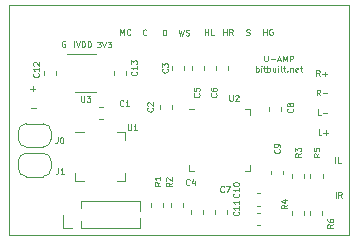
<source format=gbr>
G04 #@! TF.GenerationSoftware,KiCad,Pcbnew,5.1.9*
G04 #@! TF.CreationDate,2021-03-07T10:51:21+01:00*
G04 #@! TF.ProjectId,UniAmp,556e6941-6d70-42e6-9b69-6361645f7063,rev?*
G04 #@! TF.SameCoordinates,Original*
G04 #@! TF.FileFunction,Legend,Top*
G04 #@! TF.FilePolarity,Positive*
%FSLAX46Y46*%
G04 Gerber Fmt 4.6, Leading zero omitted, Abs format (unit mm)*
G04 Created by KiCad (PCBNEW 5.1.9) date 2021-03-07 10:51:21*
%MOMM*%
%LPD*%
G01*
G04 APERTURE LIST*
%ADD10C,0.125000*%
G04 #@! TA.AperFunction,Profile*
%ADD11C,0.050000*%
G04 #@! TD*
%ADD12C,0.120000*%
G04 APERTURE END LIST*
D10*
X122433333Y-59026190D02*
X122433333Y-58526190D01*
X122600000Y-58883333D01*
X122766666Y-58526190D01*
X122766666Y-59026190D01*
X123290476Y-58978571D02*
X123266666Y-59002380D01*
X123195238Y-59026190D01*
X123147619Y-59026190D01*
X123076190Y-59002380D01*
X123028571Y-58954761D01*
X123004761Y-58907142D01*
X122980952Y-58811904D01*
X122980952Y-58740476D01*
X123004761Y-58645238D01*
X123028571Y-58597619D01*
X123076190Y-58550000D01*
X123147619Y-58526190D01*
X123195238Y-58526190D01*
X123266666Y-58550000D01*
X123290476Y-58573809D01*
X124654761Y-58998571D02*
X124630952Y-59022380D01*
X124559523Y-59046190D01*
X124511904Y-59046190D01*
X124440476Y-59022380D01*
X124392857Y-58974761D01*
X124369047Y-58927142D01*
X124345238Y-58831904D01*
X124345238Y-58760476D01*
X124369047Y-58665238D01*
X124392857Y-58617619D01*
X124440476Y-58570000D01*
X124511904Y-58546190D01*
X124559523Y-58546190D01*
X124630952Y-58570000D01*
X124654761Y-58593809D01*
X127387619Y-58576190D02*
X127506666Y-59076190D01*
X127601904Y-58719047D01*
X127697142Y-59076190D01*
X127816190Y-58576190D01*
X127982857Y-59052380D02*
X128054285Y-59076190D01*
X128173333Y-59076190D01*
X128220952Y-59052380D01*
X128244761Y-59028571D01*
X128268571Y-58980952D01*
X128268571Y-58933333D01*
X128244761Y-58885714D01*
X128220952Y-58861904D01*
X128173333Y-58838095D01*
X128078095Y-58814285D01*
X128030476Y-58790476D01*
X128006666Y-58766666D01*
X127982857Y-58719047D01*
X127982857Y-58671428D01*
X128006666Y-58623809D01*
X128030476Y-58600000D01*
X128078095Y-58576190D01*
X128197142Y-58576190D01*
X128268571Y-58600000D01*
X126039047Y-59066190D02*
X126039047Y-58566190D01*
X126158095Y-58566190D01*
X126229523Y-58590000D01*
X126277142Y-58637619D01*
X126300952Y-58685238D01*
X126324761Y-58780476D01*
X126324761Y-58851904D01*
X126300952Y-58947142D01*
X126277142Y-58994761D01*
X126229523Y-59042380D01*
X126158095Y-59066190D01*
X126039047Y-59066190D01*
X117173333Y-70296190D02*
X117173333Y-70653333D01*
X117149523Y-70724761D01*
X117101904Y-70772380D01*
X117030476Y-70796190D01*
X116982857Y-70796190D01*
X117673333Y-70796190D02*
X117387619Y-70796190D01*
X117530476Y-70796190D02*
X117530476Y-70296190D01*
X117482857Y-70367619D01*
X117435238Y-70415238D01*
X117387619Y-70439047D01*
X117133333Y-67686190D02*
X117133333Y-68043333D01*
X117109523Y-68114761D01*
X117061904Y-68162380D01*
X116990476Y-68186190D01*
X116942857Y-68186190D01*
X117466666Y-67686190D02*
X117514285Y-67686190D01*
X117561904Y-67710000D01*
X117585714Y-67733809D01*
X117609523Y-67781428D01*
X117633333Y-67876666D01*
X117633333Y-67995714D01*
X117609523Y-68090952D01*
X117585714Y-68138571D01*
X117561904Y-68162380D01*
X117514285Y-68186190D01*
X117466666Y-68186190D01*
X117419047Y-68162380D01*
X117395238Y-68138571D01*
X117371428Y-68090952D01*
X117347619Y-67995714D01*
X117347619Y-67876666D01*
X117371428Y-67781428D01*
X117395238Y-67733809D01*
X117419047Y-67710000D01*
X117466666Y-67686190D01*
X140670000Y-72806190D02*
X140670000Y-72306190D01*
X141193809Y-72806190D02*
X141027142Y-72568095D01*
X140908095Y-72806190D02*
X140908095Y-72306190D01*
X141098571Y-72306190D01*
X141146190Y-72330000D01*
X141170000Y-72353809D01*
X141193809Y-72401428D01*
X141193809Y-72472857D01*
X141170000Y-72520476D01*
X141146190Y-72544285D01*
X141098571Y-72568095D01*
X140908095Y-72568095D01*
X140647619Y-69896190D02*
X140647619Y-69396190D01*
X141123809Y-69896190D02*
X140885714Y-69896190D01*
X140885714Y-69396190D01*
X139365238Y-64146190D02*
X139198571Y-63908095D01*
X139079523Y-64146190D02*
X139079523Y-63646190D01*
X139270000Y-63646190D01*
X139317619Y-63670000D01*
X139341428Y-63693809D01*
X139365238Y-63741428D01*
X139365238Y-63812857D01*
X139341428Y-63860476D01*
X139317619Y-63884285D01*
X139270000Y-63908095D01*
X139079523Y-63908095D01*
X139579523Y-63955714D02*
X139960476Y-63955714D01*
X139335238Y-62506190D02*
X139168571Y-62268095D01*
X139049523Y-62506190D02*
X139049523Y-62006190D01*
X139240000Y-62006190D01*
X139287619Y-62030000D01*
X139311428Y-62053809D01*
X139335238Y-62101428D01*
X139335238Y-62172857D01*
X139311428Y-62220476D01*
X139287619Y-62244285D01*
X139240000Y-62268095D01*
X139049523Y-62268095D01*
X139549523Y-62315714D02*
X139930476Y-62315714D01*
X139740000Y-62506190D02*
X139740000Y-62125238D01*
X139405238Y-65836190D02*
X139167142Y-65836190D01*
X139167142Y-65336190D01*
X139571904Y-65645714D02*
X139952857Y-65645714D01*
X139475238Y-67496190D02*
X139237142Y-67496190D01*
X139237142Y-66996190D01*
X139641904Y-67305714D02*
X140022857Y-67305714D01*
X139832380Y-67496190D02*
X139832380Y-67115238D01*
X114889523Y-65195714D02*
X115270476Y-65195714D01*
X114829523Y-63565714D02*
X115210476Y-63565714D01*
X115020000Y-63756190D02*
X115020000Y-63375238D01*
X120470952Y-59586190D02*
X120780476Y-59586190D01*
X120613809Y-59776666D01*
X120685238Y-59776666D01*
X120732857Y-59800476D01*
X120756666Y-59824285D01*
X120780476Y-59871904D01*
X120780476Y-59990952D01*
X120756666Y-60038571D01*
X120732857Y-60062380D01*
X120685238Y-60086190D01*
X120542380Y-60086190D01*
X120494761Y-60062380D01*
X120470952Y-60038571D01*
X120923333Y-59586190D02*
X121090000Y-60086190D01*
X121256666Y-59586190D01*
X121375714Y-59586190D02*
X121685238Y-59586190D01*
X121518571Y-59776666D01*
X121590000Y-59776666D01*
X121637619Y-59800476D01*
X121661428Y-59824285D01*
X121685238Y-59871904D01*
X121685238Y-59990952D01*
X121661428Y-60038571D01*
X121637619Y-60062380D01*
X121590000Y-60086190D01*
X121447142Y-60086190D01*
X121399523Y-60062380D01*
X121375714Y-60038571D01*
X118505714Y-60056190D02*
X118505714Y-59556190D01*
X118672380Y-59556190D02*
X118839047Y-60056190D01*
X119005714Y-59556190D01*
X119172380Y-60056190D02*
X119172380Y-59556190D01*
X119291428Y-59556190D01*
X119362857Y-59580000D01*
X119410476Y-59627619D01*
X119434285Y-59675238D01*
X119458095Y-59770476D01*
X119458095Y-59841904D01*
X119434285Y-59937142D01*
X119410476Y-59984761D01*
X119362857Y-60032380D01*
X119291428Y-60056190D01*
X119172380Y-60056190D01*
X119672380Y-60056190D02*
X119672380Y-59556190D01*
X119791428Y-59556190D01*
X119862857Y-59580000D01*
X119910476Y-59627619D01*
X119934285Y-59675238D01*
X119958095Y-59770476D01*
X119958095Y-59841904D01*
X119934285Y-59937142D01*
X119910476Y-59984761D01*
X119862857Y-60032380D01*
X119791428Y-60056190D01*
X119672380Y-60056190D01*
X117760952Y-59560000D02*
X117713333Y-59536190D01*
X117641904Y-59536190D01*
X117570476Y-59560000D01*
X117522857Y-59607619D01*
X117499047Y-59655238D01*
X117475238Y-59750476D01*
X117475238Y-59821904D01*
X117499047Y-59917142D01*
X117522857Y-59964761D01*
X117570476Y-60012380D01*
X117641904Y-60036190D01*
X117689523Y-60036190D01*
X117760952Y-60012380D01*
X117784761Y-59988571D01*
X117784761Y-59821904D01*
X117689523Y-59821904D01*
X134547142Y-59026190D02*
X134547142Y-58526190D01*
X134547142Y-58764285D02*
X134832857Y-58764285D01*
X134832857Y-59026190D02*
X134832857Y-58526190D01*
X135332857Y-58550000D02*
X135285238Y-58526190D01*
X135213809Y-58526190D01*
X135142380Y-58550000D01*
X135094761Y-58597619D01*
X135070952Y-58645238D01*
X135047142Y-58740476D01*
X135047142Y-58811904D01*
X135070952Y-58907142D01*
X135094761Y-58954761D01*
X135142380Y-59002380D01*
X135213809Y-59026190D01*
X135261428Y-59026190D01*
X135332857Y-59002380D01*
X135356666Y-58978571D01*
X135356666Y-58811904D01*
X135261428Y-58811904D01*
X133117142Y-59022380D02*
X133188571Y-59046190D01*
X133307619Y-59046190D01*
X133355238Y-59022380D01*
X133379047Y-58998571D01*
X133402857Y-58950952D01*
X133402857Y-58903333D01*
X133379047Y-58855714D01*
X133355238Y-58831904D01*
X133307619Y-58808095D01*
X133212380Y-58784285D01*
X133164761Y-58760476D01*
X133140952Y-58736666D01*
X133117142Y-58689047D01*
X133117142Y-58641428D01*
X133140952Y-58593809D01*
X133164761Y-58570000D01*
X133212380Y-58546190D01*
X133331428Y-58546190D01*
X133402857Y-58570000D01*
X131157142Y-59036190D02*
X131157142Y-58536190D01*
X131157142Y-58774285D02*
X131442857Y-58774285D01*
X131442857Y-59036190D02*
X131442857Y-58536190D01*
X131966666Y-59036190D02*
X131800000Y-58798095D01*
X131680952Y-59036190D02*
X131680952Y-58536190D01*
X131871428Y-58536190D01*
X131919047Y-58560000D01*
X131942857Y-58583809D01*
X131966666Y-58631428D01*
X131966666Y-58702857D01*
X131942857Y-58750476D01*
X131919047Y-58774285D01*
X131871428Y-58798095D01*
X131680952Y-58798095D01*
X129624761Y-59026190D02*
X129624761Y-58526190D01*
X129624761Y-58764285D02*
X129910476Y-58764285D01*
X129910476Y-59026190D02*
X129910476Y-58526190D01*
X130386666Y-59026190D02*
X130148571Y-59026190D01*
X130148571Y-58526190D01*
X134647619Y-60768690D02*
X134647619Y-61173452D01*
X134671428Y-61221071D01*
X134695238Y-61244880D01*
X134742857Y-61268690D01*
X134838095Y-61268690D01*
X134885714Y-61244880D01*
X134909523Y-61221071D01*
X134933333Y-61173452D01*
X134933333Y-60768690D01*
X135171428Y-61078214D02*
X135552380Y-61078214D01*
X135766666Y-61125833D02*
X136004761Y-61125833D01*
X135719047Y-61268690D02*
X135885714Y-60768690D01*
X136052380Y-61268690D01*
X136219047Y-61268690D02*
X136219047Y-60768690D01*
X136385714Y-61125833D01*
X136552380Y-60768690D01*
X136552380Y-61268690D01*
X136790476Y-61268690D02*
X136790476Y-60768690D01*
X136980952Y-60768690D01*
X137028571Y-60792500D01*
X137052380Y-60816309D01*
X137076190Y-60863928D01*
X137076190Y-60935357D01*
X137052380Y-60982976D01*
X137028571Y-61006785D01*
X136980952Y-61030595D01*
X136790476Y-61030595D01*
X133933333Y-62143690D02*
X133933333Y-61643690D01*
X133933333Y-61834166D02*
X133980952Y-61810357D01*
X134076190Y-61810357D01*
X134123809Y-61834166D01*
X134147619Y-61857976D01*
X134171428Y-61905595D01*
X134171428Y-62048452D01*
X134147619Y-62096071D01*
X134123809Y-62119880D01*
X134076190Y-62143690D01*
X133980952Y-62143690D01*
X133933333Y-62119880D01*
X134385714Y-62143690D02*
X134385714Y-61810357D01*
X134385714Y-61643690D02*
X134361904Y-61667500D01*
X134385714Y-61691309D01*
X134409523Y-61667500D01*
X134385714Y-61643690D01*
X134385714Y-61691309D01*
X134552380Y-61810357D02*
X134742857Y-61810357D01*
X134623809Y-61643690D02*
X134623809Y-62072261D01*
X134647619Y-62119880D01*
X134695238Y-62143690D01*
X134742857Y-62143690D01*
X134909523Y-62143690D02*
X134909523Y-61643690D01*
X134909523Y-61834166D02*
X134957142Y-61810357D01*
X135052380Y-61810357D01*
X135100000Y-61834166D01*
X135123809Y-61857976D01*
X135147619Y-61905595D01*
X135147619Y-62048452D01*
X135123809Y-62096071D01*
X135100000Y-62119880D01*
X135052380Y-62143690D01*
X134957142Y-62143690D01*
X134909523Y-62119880D01*
X135576190Y-61810357D02*
X135576190Y-62143690D01*
X135361904Y-61810357D02*
X135361904Y-62072261D01*
X135385714Y-62119880D01*
X135433333Y-62143690D01*
X135504761Y-62143690D01*
X135552380Y-62119880D01*
X135576190Y-62096071D01*
X135814285Y-62143690D02*
X135814285Y-61810357D01*
X135814285Y-61643690D02*
X135790476Y-61667500D01*
X135814285Y-61691309D01*
X135838095Y-61667500D01*
X135814285Y-61643690D01*
X135814285Y-61691309D01*
X136123809Y-62143690D02*
X136076190Y-62119880D01*
X136052380Y-62072261D01*
X136052380Y-61643690D01*
X136242857Y-61810357D02*
X136433333Y-61810357D01*
X136314285Y-61643690D02*
X136314285Y-62072261D01*
X136338095Y-62119880D01*
X136385714Y-62143690D01*
X136433333Y-62143690D01*
X136600000Y-62096071D02*
X136623809Y-62119880D01*
X136600000Y-62143690D01*
X136576190Y-62119880D01*
X136600000Y-62096071D01*
X136600000Y-62143690D01*
X136838095Y-61810357D02*
X136838095Y-62143690D01*
X136838095Y-61857976D02*
X136861904Y-61834166D01*
X136909523Y-61810357D01*
X136980952Y-61810357D01*
X137028571Y-61834166D01*
X137052380Y-61881785D01*
X137052380Y-62143690D01*
X137480952Y-62119880D02*
X137433333Y-62143690D01*
X137338095Y-62143690D01*
X137290476Y-62119880D01*
X137266666Y-62072261D01*
X137266666Y-61881785D01*
X137290476Y-61834166D01*
X137338095Y-61810357D01*
X137433333Y-61810357D01*
X137480952Y-61834166D01*
X137504761Y-61881785D01*
X137504761Y-61929404D01*
X137266666Y-61977023D01*
X137647619Y-61810357D02*
X137838095Y-61810357D01*
X137719047Y-61643690D02*
X137719047Y-62072261D01*
X137742857Y-62119880D01*
X137790476Y-62143690D01*
X137838095Y-62143690D01*
D11*
X113010000Y-56530000D02*
X113010000Y-75960000D01*
X141850000Y-56530000D02*
X113010000Y-56530000D01*
X141850000Y-75960000D02*
X141850000Y-56530000D01*
X113010000Y-75960000D02*
X141850000Y-75960000D01*
D12*
X126820000Y-64987221D02*
X126820000Y-65312779D01*
X125800000Y-64987221D02*
X125800000Y-65312779D01*
X120942779Y-66110000D02*
X120617221Y-66110000D01*
X120942779Y-65090000D02*
X120617221Y-65090000D01*
X126840000Y-61684721D02*
X126840000Y-62010279D01*
X127860000Y-61684721D02*
X127860000Y-62010279D01*
X129460000Y-73874721D02*
X129460000Y-74200279D01*
X128440000Y-73874721D02*
X128440000Y-74200279D01*
X128540000Y-61684721D02*
X128540000Y-62010279D01*
X129560000Y-61684721D02*
X129560000Y-62010279D01*
X131600000Y-61684721D02*
X131600000Y-62010279D01*
X130580000Y-61684721D02*
X130580000Y-62010279D01*
X130440000Y-73874721D02*
X130440000Y-74200279D01*
X131460000Y-73874721D02*
X131460000Y-74200279D01*
X136050000Y-65139721D02*
X136050000Y-65465279D01*
X135030000Y-65139721D02*
X135030000Y-65465279D01*
X135200000Y-70514721D02*
X135200000Y-70840279D01*
X136220000Y-70514721D02*
X136220000Y-70840279D01*
X134315279Y-72450000D02*
X133989721Y-72450000D01*
X134315279Y-73470000D02*
X133989721Y-73470000D01*
X134315279Y-75090000D02*
X133989721Y-75090000D01*
X134315279Y-74070000D02*
X133989721Y-74070000D01*
X115990000Y-62104721D02*
X115990000Y-62430279D01*
X117010000Y-62104721D02*
X117010000Y-62430279D01*
X122940000Y-62114721D02*
X122940000Y-62440279D01*
X121920000Y-62114721D02*
X121920000Y-62440279D01*
X115900000Y-68530000D02*
X114500000Y-68530000D01*
X113800000Y-67830000D02*
X113800000Y-67230000D01*
X114500000Y-66530000D02*
X115900000Y-66530000D01*
X116600000Y-67230000D02*
X116600000Y-67830000D01*
X116600000Y-67830000D02*
G75*
G02*
X115900000Y-68530000I-700000J0D01*
G01*
X115900000Y-66530000D02*
G75*
G02*
X116600000Y-67230000I0J-700000D01*
G01*
X113800000Y-67230000D02*
G75*
G02*
X114500000Y-66530000I700000J0D01*
G01*
X114500000Y-68530000D02*
G75*
G02*
X113800000Y-67830000I0J700000D01*
G01*
X116600000Y-69720000D02*
X116600000Y-70320000D01*
X114500000Y-69020000D02*
X115900000Y-69020000D01*
X113800000Y-70320000D02*
X113800000Y-69720000D01*
X115900000Y-71020000D02*
X114500000Y-71020000D01*
X114500000Y-71020000D02*
G75*
G02*
X113800000Y-70320000I0J700000D01*
G01*
X113800000Y-69720000D02*
G75*
G02*
X114500000Y-69020000I700000J0D01*
G01*
X115900000Y-69020000D02*
G75*
G02*
X116600000Y-69720000I0J-700000D01*
G01*
X116600000Y-70320000D02*
G75*
G02*
X115900000Y-71020000I-700000J0D01*
G01*
X124135000Y-75340000D02*
X124135000Y-74537530D01*
X124135000Y-73922470D02*
X124135000Y-73120000D01*
X119120000Y-75340000D02*
X124135000Y-75340000D01*
X119120000Y-73120000D02*
X124135000Y-73120000D01*
X119120000Y-75340000D02*
X119120000Y-74793471D01*
X119120000Y-73666529D02*
X119120000Y-73120000D01*
X118360000Y-75340000D02*
X117600000Y-75340000D01*
X117600000Y-75340000D02*
X117600000Y-74230000D01*
X126100000Y-73602779D02*
X126100000Y-73277221D01*
X125080000Y-73602779D02*
X125080000Y-73277221D01*
X127740000Y-73287221D02*
X127740000Y-73612779D01*
X126720000Y-73287221D02*
X126720000Y-73612779D01*
X137970000Y-71130279D02*
X137970000Y-70804721D01*
X136950000Y-71130279D02*
X136950000Y-70804721D01*
X137970000Y-73914721D02*
X137970000Y-74240279D01*
X136950000Y-73914721D02*
X136950000Y-74240279D01*
X139570000Y-70814721D02*
X139570000Y-71140279D01*
X138550000Y-70814721D02*
X138550000Y-71140279D01*
X139560000Y-74260279D02*
X139560000Y-73934721D01*
X138540000Y-74260279D02*
X138540000Y-73934721D01*
X122145000Y-67210000D02*
X122870000Y-67210000D01*
X122870000Y-67210000D02*
X122870000Y-67935000D01*
X119375000Y-71430000D02*
X118650000Y-71430000D01*
X118650000Y-71430000D02*
X118650000Y-70705000D01*
X122145000Y-71430000D02*
X122870000Y-71430000D01*
X122870000Y-71430000D02*
X122870000Y-70705000D01*
X119375000Y-67210000D02*
X118650000Y-67210000D01*
X132995000Y-65330000D02*
X133470000Y-65330000D01*
X133470000Y-65330000D02*
X133470000Y-65805000D01*
X128725000Y-70550000D02*
X128250000Y-70550000D01*
X128250000Y-70550000D02*
X128250000Y-70075000D01*
X132995000Y-70550000D02*
X133470000Y-70550000D01*
X133470000Y-70550000D02*
X133470000Y-70075000D01*
X128725000Y-65330000D02*
X128250000Y-65330000D01*
X118590000Y-63870000D02*
X120390000Y-63870000D01*
X120390000Y-60650000D02*
X117940000Y-60650000D01*
D10*
X125168571Y-65203333D02*
X125192380Y-65227142D01*
X125216190Y-65298571D01*
X125216190Y-65346190D01*
X125192380Y-65417619D01*
X125144761Y-65465238D01*
X125097142Y-65489047D01*
X125001904Y-65512857D01*
X124930476Y-65512857D01*
X124835238Y-65489047D01*
X124787619Y-65465238D01*
X124740000Y-65417619D01*
X124716190Y-65346190D01*
X124716190Y-65298571D01*
X124740000Y-65227142D01*
X124763809Y-65203333D01*
X124763809Y-65012857D02*
X124740000Y-64989047D01*
X124716190Y-64941428D01*
X124716190Y-64822380D01*
X124740000Y-64774761D01*
X124763809Y-64750952D01*
X124811428Y-64727142D01*
X124859047Y-64727142D01*
X124930476Y-64750952D01*
X125216190Y-65036666D01*
X125216190Y-64727142D01*
X122716666Y-65003571D02*
X122692857Y-65027380D01*
X122621428Y-65051190D01*
X122573809Y-65051190D01*
X122502380Y-65027380D01*
X122454761Y-64979761D01*
X122430952Y-64932142D01*
X122407142Y-64836904D01*
X122407142Y-64765476D01*
X122430952Y-64670238D01*
X122454761Y-64622619D01*
X122502380Y-64575000D01*
X122573809Y-64551190D01*
X122621428Y-64551190D01*
X122692857Y-64575000D01*
X122716666Y-64598809D01*
X123192857Y-65051190D02*
X122907142Y-65051190D01*
X123050000Y-65051190D02*
X123050000Y-64551190D01*
X123002380Y-64622619D01*
X122954761Y-64670238D01*
X122907142Y-64694047D01*
X126428571Y-61903333D02*
X126452380Y-61927142D01*
X126476190Y-61998571D01*
X126476190Y-62046190D01*
X126452380Y-62117619D01*
X126404761Y-62165238D01*
X126357142Y-62189047D01*
X126261904Y-62212857D01*
X126190476Y-62212857D01*
X126095238Y-62189047D01*
X126047619Y-62165238D01*
X126000000Y-62117619D01*
X125976190Y-62046190D01*
X125976190Y-61998571D01*
X126000000Y-61927142D01*
X126023809Y-61903333D01*
X125976190Y-61736666D02*
X125976190Y-61427142D01*
X126166666Y-61593809D01*
X126166666Y-61522380D01*
X126190476Y-61474761D01*
X126214285Y-61450952D01*
X126261904Y-61427142D01*
X126380952Y-61427142D01*
X126428571Y-61450952D01*
X126452380Y-61474761D01*
X126476190Y-61522380D01*
X126476190Y-61665238D01*
X126452380Y-61712857D01*
X126428571Y-61736666D01*
X128306666Y-71688571D02*
X128282857Y-71712380D01*
X128211428Y-71736190D01*
X128163809Y-71736190D01*
X128092380Y-71712380D01*
X128044761Y-71664761D01*
X128020952Y-71617142D01*
X127997142Y-71521904D01*
X127997142Y-71450476D01*
X128020952Y-71355238D01*
X128044761Y-71307619D01*
X128092380Y-71260000D01*
X128163809Y-71236190D01*
X128211428Y-71236190D01*
X128282857Y-71260000D01*
X128306666Y-71283809D01*
X128735238Y-71402857D02*
X128735238Y-71736190D01*
X128616190Y-71212380D02*
X128497142Y-71569523D01*
X128806666Y-71569523D01*
X129108571Y-63983333D02*
X129132380Y-64007142D01*
X129156190Y-64078571D01*
X129156190Y-64126190D01*
X129132380Y-64197619D01*
X129084761Y-64245238D01*
X129037142Y-64269047D01*
X128941904Y-64292857D01*
X128870476Y-64292857D01*
X128775238Y-64269047D01*
X128727619Y-64245238D01*
X128680000Y-64197619D01*
X128656190Y-64126190D01*
X128656190Y-64078571D01*
X128680000Y-64007142D01*
X128703809Y-63983333D01*
X128656190Y-63530952D02*
X128656190Y-63769047D01*
X128894285Y-63792857D01*
X128870476Y-63769047D01*
X128846666Y-63721428D01*
X128846666Y-63602380D01*
X128870476Y-63554761D01*
X128894285Y-63530952D01*
X128941904Y-63507142D01*
X129060952Y-63507142D01*
X129108571Y-63530952D01*
X129132380Y-63554761D01*
X129156190Y-63602380D01*
X129156190Y-63721428D01*
X129132380Y-63769047D01*
X129108571Y-63792857D01*
X130568571Y-63983333D02*
X130592380Y-64007142D01*
X130616190Y-64078571D01*
X130616190Y-64126190D01*
X130592380Y-64197619D01*
X130544761Y-64245238D01*
X130497142Y-64269047D01*
X130401904Y-64292857D01*
X130330476Y-64292857D01*
X130235238Y-64269047D01*
X130187619Y-64245238D01*
X130140000Y-64197619D01*
X130116190Y-64126190D01*
X130116190Y-64078571D01*
X130140000Y-64007142D01*
X130163809Y-63983333D01*
X130116190Y-63554761D02*
X130116190Y-63650000D01*
X130140000Y-63697619D01*
X130163809Y-63721428D01*
X130235238Y-63769047D01*
X130330476Y-63792857D01*
X130520952Y-63792857D01*
X130568571Y-63769047D01*
X130592380Y-63745238D01*
X130616190Y-63697619D01*
X130616190Y-63602380D01*
X130592380Y-63554761D01*
X130568571Y-63530952D01*
X130520952Y-63507142D01*
X130401904Y-63507142D01*
X130354285Y-63530952D01*
X130330476Y-63554761D01*
X130306666Y-63602380D01*
X130306666Y-63697619D01*
X130330476Y-63745238D01*
X130354285Y-63769047D01*
X130401904Y-63792857D01*
X131216666Y-72278571D02*
X131192857Y-72302380D01*
X131121428Y-72326190D01*
X131073809Y-72326190D01*
X131002380Y-72302380D01*
X130954761Y-72254761D01*
X130930952Y-72207142D01*
X130907142Y-72111904D01*
X130907142Y-72040476D01*
X130930952Y-71945238D01*
X130954761Y-71897619D01*
X131002380Y-71850000D01*
X131073809Y-71826190D01*
X131121428Y-71826190D01*
X131192857Y-71850000D01*
X131216666Y-71873809D01*
X131383333Y-71826190D02*
X131716666Y-71826190D01*
X131502380Y-72326190D01*
X137028571Y-65263333D02*
X137052380Y-65287142D01*
X137076190Y-65358571D01*
X137076190Y-65406190D01*
X137052380Y-65477619D01*
X137004761Y-65525238D01*
X136957142Y-65549047D01*
X136861904Y-65572857D01*
X136790476Y-65572857D01*
X136695238Y-65549047D01*
X136647619Y-65525238D01*
X136600000Y-65477619D01*
X136576190Y-65406190D01*
X136576190Y-65358571D01*
X136600000Y-65287142D01*
X136623809Y-65263333D01*
X136790476Y-64977619D02*
X136766666Y-65025238D01*
X136742857Y-65049047D01*
X136695238Y-65072857D01*
X136671428Y-65072857D01*
X136623809Y-65049047D01*
X136600000Y-65025238D01*
X136576190Y-64977619D01*
X136576190Y-64882380D01*
X136600000Y-64834761D01*
X136623809Y-64810952D01*
X136671428Y-64787142D01*
X136695238Y-64787142D01*
X136742857Y-64810952D01*
X136766666Y-64834761D01*
X136790476Y-64882380D01*
X136790476Y-64977619D01*
X136814285Y-65025238D01*
X136838095Y-65049047D01*
X136885714Y-65072857D01*
X136980952Y-65072857D01*
X137028571Y-65049047D01*
X137052380Y-65025238D01*
X137076190Y-64977619D01*
X137076190Y-64882380D01*
X137052380Y-64834761D01*
X137028571Y-64810952D01*
X136980952Y-64787142D01*
X136885714Y-64787142D01*
X136838095Y-64810952D01*
X136814285Y-64834761D01*
X136790476Y-64882380D01*
X135918571Y-68713333D02*
X135942380Y-68737142D01*
X135966190Y-68808571D01*
X135966190Y-68856190D01*
X135942380Y-68927619D01*
X135894761Y-68975238D01*
X135847142Y-68999047D01*
X135751904Y-69022857D01*
X135680476Y-69022857D01*
X135585238Y-68999047D01*
X135537619Y-68975238D01*
X135490000Y-68927619D01*
X135466190Y-68856190D01*
X135466190Y-68808571D01*
X135490000Y-68737142D01*
X135513809Y-68713333D01*
X135966190Y-68475238D02*
X135966190Y-68380000D01*
X135942380Y-68332380D01*
X135918571Y-68308571D01*
X135847142Y-68260952D01*
X135751904Y-68237142D01*
X135561428Y-68237142D01*
X135513809Y-68260952D01*
X135490000Y-68284761D01*
X135466190Y-68332380D01*
X135466190Y-68427619D01*
X135490000Y-68475238D01*
X135513809Y-68499047D01*
X135561428Y-68522857D01*
X135680476Y-68522857D01*
X135728095Y-68499047D01*
X135751904Y-68475238D01*
X135775714Y-68427619D01*
X135775714Y-68332380D01*
X135751904Y-68284761D01*
X135728095Y-68260952D01*
X135680476Y-68237142D01*
X132458571Y-72471428D02*
X132482380Y-72495238D01*
X132506190Y-72566666D01*
X132506190Y-72614285D01*
X132482380Y-72685714D01*
X132434761Y-72733333D01*
X132387142Y-72757142D01*
X132291904Y-72780952D01*
X132220476Y-72780952D01*
X132125238Y-72757142D01*
X132077619Y-72733333D01*
X132030000Y-72685714D01*
X132006190Y-72614285D01*
X132006190Y-72566666D01*
X132030000Y-72495238D01*
X132053809Y-72471428D01*
X132506190Y-71995238D02*
X132506190Y-72280952D01*
X132506190Y-72138095D02*
X132006190Y-72138095D01*
X132077619Y-72185714D01*
X132125238Y-72233333D01*
X132149047Y-72280952D01*
X132006190Y-71685714D02*
X132006190Y-71638095D01*
X132030000Y-71590476D01*
X132053809Y-71566666D01*
X132101428Y-71542857D01*
X132196666Y-71519047D01*
X132315714Y-71519047D01*
X132410952Y-71542857D01*
X132458571Y-71566666D01*
X132482380Y-71590476D01*
X132506190Y-71638095D01*
X132506190Y-71685714D01*
X132482380Y-71733333D01*
X132458571Y-71757142D01*
X132410952Y-71780952D01*
X132315714Y-71804761D01*
X132196666Y-71804761D01*
X132101428Y-71780952D01*
X132053809Y-71757142D01*
X132030000Y-71733333D01*
X132006190Y-71685714D01*
X132448571Y-74001428D02*
X132472380Y-74025238D01*
X132496190Y-74096666D01*
X132496190Y-74144285D01*
X132472380Y-74215714D01*
X132424761Y-74263333D01*
X132377142Y-74287142D01*
X132281904Y-74310952D01*
X132210476Y-74310952D01*
X132115238Y-74287142D01*
X132067619Y-74263333D01*
X132020000Y-74215714D01*
X131996190Y-74144285D01*
X131996190Y-74096666D01*
X132020000Y-74025238D01*
X132043809Y-74001428D01*
X132496190Y-73525238D02*
X132496190Y-73810952D01*
X132496190Y-73668095D02*
X131996190Y-73668095D01*
X132067619Y-73715714D01*
X132115238Y-73763333D01*
X132139047Y-73810952D01*
X132496190Y-73049047D02*
X132496190Y-73334761D01*
X132496190Y-73191904D02*
X131996190Y-73191904D01*
X132067619Y-73239523D01*
X132115238Y-73287142D01*
X132139047Y-73334761D01*
X115508571Y-62281428D02*
X115532380Y-62305238D01*
X115556190Y-62376666D01*
X115556190Y-62424285D01*
X115532380Y-62495714D01*
X115484761Y-62543333D01*
X115437142Y-62567142D01*
X115341904Y-62590952D01*
X115270476Y-62590952D01*
X115175238Y-62567142D01*
X115127619Y-62543333D01*
X115080000Y-62495714D01*
X115056190Y-62424285D01*
X115056190Y-62376666D01*
X115080000Y-62305238D01*
X115103809Y-62281428D01*
X115556190Y-61805238D02*
X115556190Y-62090952D01*
X115556190Y-61948095D02*
X115056190Y-61948095D01*
X115127619Y-61995714D01*
X115175238Y-62043333D01*
X115199047Y-62090952D01*
X115103809Y-61614761D02*
X115080000Y-61590952D01*
X115056190Y-61543333D01*
X115056190Y-61424285D01*
X115080000Y-61376666D01*
X115103809Y-61352857D01*
X115151428Y-61329047D01*
X115199047Y-61329047D01*
X115270476Y-61352857D01*
X115556190Y-61638571D01*
X115556190Y-61329047D01*
X123818571Y-62131428D02*
X123842380Y-62155238D01*
X123866190Y-62226666D01*
X123866190Y-62274285D01*
X123842380Y-62345714D01*
X123794761Y-62393333D01*
X123747142Y-62417142D01*
X123651904Y-62440952D01*
X123580476Y-62440952D01*
X123485238Y-62417142D01*
X123437619Y-62393333D01*
X123390000Y-62345714D01*
X123366190Y-62274285D01*
X123366190Y-62226666D01*
X123390000Y-62155238D01*
X123413809Y-62131428D01*
X123866190Y-61655238D02*
X123866190Y-61940952D01*
X123866190Y-61798095D02*
X123366190Y-61798095D01*
X123437619Y-61845714D01*
X123485238Y-61893333D01*
X123509047Y-61940952D01*
X123366190Y-61488571D02*
X123366190Y-61179047D01*
X123556666Y-61345714D01*
X123556666Y-61274285D01*
X123580476Y-61226666D01*
X123604285Y-61202857D01*
X123651904Y-61179047D01*
X123770952Y-61179047D01*
X123818571Y-61202857D01*
X123842380Y-61226666D01*
X123866190Y-61274285D01*
X123866190Y-61417142D01*
X123842380Y-61464761D01*
X123818571Y-61488571D01*
X125846190Y-71493333D02*
X125608095Y-71660000D01*
X125846190Y-71779047D02*
X125346190Y-71779047D01*
X125346190Y-71588571D01*
X125370000Y-71540952D01*
X125393809Y-71517142D01*
X125441428Y-71493333D01*
X125512857Y-71493333D01*
X125560476Y-71517142D01*
X125584285Y-71540952D01*
X125608095Y-71588571D01*
X125608095Y-71779047D01*
X125846190Y-71017142D02*
X125846190Y-71302857D01*
X125846190Y-71160000D02*
X125346190Y-71160000D01*
X125417619Y-71207619D01*
X125465238Y-71255238D01*
X125489047Y-71302857D01*
X126796190Y-71553333D02*
X126558095Y-71720000D01*
X126796190Y-71839047D02*
X126296190Y-71839047D01*
X126296190Y-71648571D01*
X126320000Y-71600952D01*
X126343809Y-71577142D01*
X126391428Y-71553333D01*
X126462857Y-71553333D01*
X126510476Y-71577142D01*
X126534285Y-71600952D01*
X126558095Y-71648571D01*
X126558095Y-71839047D01*
X126343809Y-71362857D02*
X126320000Y-71339047D01*
X126296190Y-71291428D01*
X126296190Y-71172380D01*
X126320000Y-71124761D01*
X126343809Y-71100952D01*
X126391428Y-71077142D01*
X126439047Y-71077142D01*
X126510476Y-71100952D01*
X126796190Y-71386666D01*
X126796190Y-71077142D01*
X137736190Y-69043333D02*
X137498095Y-69210000D01*
X137736190Y-69329047D02*
X137236190Y-69329047D01*
X137236190Y-69138571D01*
X137260000Y-69090952D01*
X137283809Y-69067142D01*
X137331428Y-69043333D01*
X137402857Y-69043333D01*
X137450476Y-69067142D01*
X137474285Y-69090952D01*
X137498095Y-69138571D01*
X137498095Y-69329047D01*
X137236190Y-68876666D02*
X137236190Y-68567142D01*
X137426666Y-68733809D01*
X137426666Y-68662380D01*
X137450476Y-68614761D01*
X137474285Y-68590952D01*
X137521904Y-68567142D01*
X137640952Y-68567142D01*
X137688571Y-68590952D01*
X137712380Y-68614761D01*
X137736190Y-68662380D01*
X137736190Y-68805238D01*
X137712380Y-68852857D01*
X137688571Y-68876666D01*
X136576190Y-73413333D02*
X136338095Y-73580000D01*
X136576190Y-73699047D02*
X136076190Y-73699047D01*
X136076190Y-73508571D01*
X136100000Y-73460952D01*
X136123809Y-73437142D01*
X136171428Y-73413333D01*
X136242857Y-73413333D01*
X136290476Y-73437142D01*
X136314285Y-73460952D01*
X136338095Y-73508571D01*
X136338095Y-73699047D01*
X136242857Y-72984761D02*
X136576190Y-72984761D01*
X136052380Y-73103809D02*
X136409523Y-73222857D01*
X136409523Y-72913333D01*
X139306190Y-69063333D02*
X139068095Y-69230000D01*
X139306190Y-69349047D02*
X138806190Y-69349047D01*
X138806190Y-69158571D01*
X138830000Y-69110952D01*
X138853809Y-69087142D01*
X138901428Y-69063333D01*
X138972857Y-69063333D01*
X139020476Y-69087142D01*
X139044285Y-69110952D01*
X139068095Y-69158571D01*
X139068095Y-69349047D01*
X138806190Y-68610952D02*
X138806190Y-68849047D01*
X139044285Y-68872857D01*
X139020476Y-68849047D01*
X138996666Y-68801428D01*
X138996666Y-68682380D01*
X139020476Y-68634761D01*
X139044285Y-68610952D01*
X139091904Y-68587142D01*
X139210952Y-68587142D01*
X139258571Y-68610952D01*
X139282380Y-68634761D01*
X139306190Y-68682380D01*
X139306190Y-68801428D01*
X139282380Y-68849047D01*
X139258571Y-68872857D01*
X140476190Y-75063333D02*
X140238095Y-75230000D01*
X140476190Y-75349047D02*
X139976190Y-75349047D01*
X139976190Y-75158571D01*
X140000000Y-75110952D01*
X140023809Y-75087142D01*
X140071428Y-75063333D01*
X140142857Y-75063333D01*
X140190476Y-75087142D01*
X140214285Y-75110952D01*
X140238095Y-75158571D01*
X140238095Y-75349047D01*
X139976190Y-74634761D02*
X139976190Y-74730000D01*
X140000000Y-74777619D01*
X140023809Y-74801428D01*
X140095238Y-74849047D01*
X140190476Y-74872857D01*
X140380952Y-74872857D01*
X140428571Y-74849047D01*
X140452380Y-74825238D01*
X140476190Y-74777619D01*
X140476190Y-74682380D01*
X140452380Y-74634761D01*
X140428571Y-74610952D01*
X140380952Y-74587142D01*
X140261904Y-74587142D01*
X140214285Y-74610952D01*
X140190476Y-74634761D01*
X140166666Y-74682380D01*
X140166666Y-74777619D01*
X140190476Y-74825238D01*
X140214285Y-74849047D01*
X140261904Y-74872857D01*
X123079047Y-66596190D02*
X123079047Y-67000952D01*
X123102857Y-67048571D01*
X123126666Y-67072380D01*
X123174285Y-67096190D01*
X123269523Y-67096190D01*
X123317142Y-67072380D01*
X123340952Y-67048571D01*
X123364761Y-67000952D01*
X123364761Y-66596190D01*
X123864761Y-67096190D02*
X123579047Y-67096190D01*
X123721904Y-67096190D02*
X123721904Y-66596190D01*
X123674285Y-66667619D01*
X123626666Y-66715238D01*
X123579047Y-66739047D01*
X131689047Y-64106190D02*
X131689047Y-64510952D01*
X131712857Y-64558571D01*
X131736666Y-64582380D01*
X131784285Y-64606190D01*
X131879523Y-64606190D01*
X131927142Y-64582380D01*
X131950952Y-64558571D01*
X131974761Y-64510952D01*
X131974761Y-64106190D01*
X132189047Y-64153809D02*
X132212857Y-64130000D01*
X132260476Y-64106190D01*
X132379523Y-64106190D01*
X132427142Y-64130000D01*
X132450952Y-64153809D01*
X132474761Y-64201428D01*
X132474761Y-64249047D01*
X132450952Y-64320476D01*
X132165238Y-64606190D01*
X132474761Y-64606190D01*
X119129047Y-64186190D02*
X119129047Y-64590952D01*
X119152857Y-64638571D01*
X119176666Y-64662380D01*
X119224285Y-64686190D01*
X119319523Y-64686190D01*
X119367142Y-64662380D01*
X119390952Y-64638571D01*
X119414761Y-64590952D01*
X119414761Y-64186190D01*
X119605238Y-64186190D02*
X119914761Y-64186190D01*
X119748095Y-64376666D01*
X119819523Y-64376666D01*
X119867142Y-64400476D01*
X119890952Y-64424285D01*
X119914761Y-64471904D01*
X119914761Y-64590952D01*
X119890952Y-64638571D01*
X119867142Y-64662380D01*
X119819523Y-64686190D01*
X119676666Y-64686190D01*
X119629047Y-64662380D01*
X119605238Y-64638571D01*
M02*

</source>
